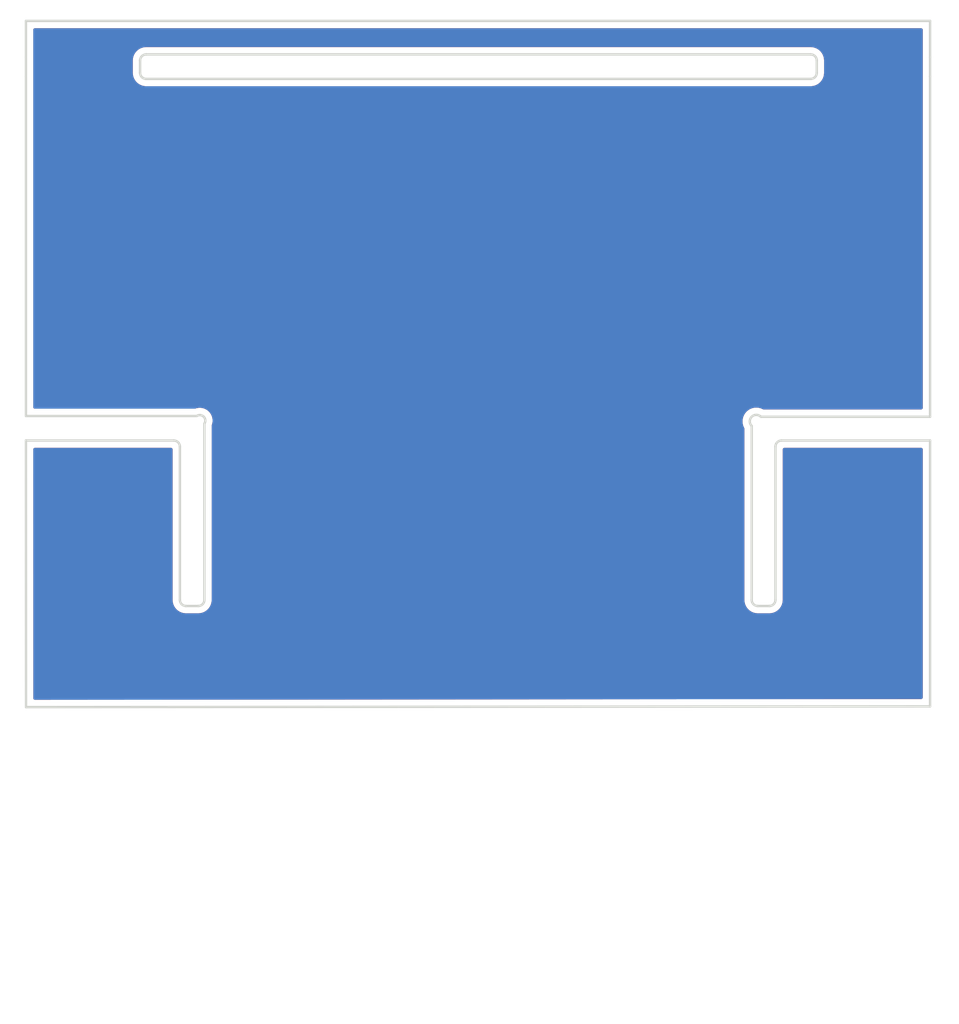
<source format=kicad_pcb>
(kicad_pcb (version 20171130) (host pcbnew "(5.1.8)-1")

  (general
    (thickness 1.6)
    (drawings 36)
    (tracks 0)
    (zones 0)
    (modules 0)
    (nets 1)
  )

  (page A4)
  (layers
    (0 F.Cu signal)
    (31 B.Cu signal)
    (32 B.Adhes user)
    (33 F.Adhes user)
    (34 B.Paste user)
    (35 F.Paste user)
    (36 B.SilkS user)
    (37 F.SilkS user)
    (38 B.Mask user)
    (39 F.Mask user)
    (40 Dwgs.User user)
    (41 Cmts.User user)
    (42 Eco1.User user)
    (43 Eco2.User user)
    (44 Edge.Cuts user)
    (45 Margin user)
    (46 B.CrtYd user)
    (47 F.CrtYd user)
    (48 B.Fab user)
    (49 F.Fab user)
  )

  (setup
    (last_trace_width 0.25)
    (trace_clearance 0.2)
    (zone_clearance 0.508)
    (zone_45_only no)
    (trace_min 0.2)
    (via_size 0.8)
    (via_drill 0.4)
    (via_min_size 0.4)
    (via_min_drill 0.3)
    (uvia_size 0.3)
    (uvia_drill 0.1)
    (uvias_allowed no)
    (uvia_min_size 0.2)
    (uvia_min_drill 0.1)
    (edge_width 0.1)
    (segment_width 0.2)
    (pcb_text_width 0.3)
    (pcb_text_size 1.5 1.5)
    (mod_edge_width 0.15)
    (mod_text_size 1 1)
    (mod_text_width 0.15)
    (pad_size 1.524 1.524)
    (pad_drill 0.762)
    (pad_to_mask_clearance 0)
    (aux_axis_origin 0 0)
    (visible_elements 7FFFFFFF)
    (pcbplotparams
      (layerselection 0x010fc_ffffffff)
      (usegerberextensions false)
      (usegerberattributes true)
      (usegerberadvancedattributes true)
      (creategerberjobfile true)
      (excludeedgelayer true)
      (linewidth 0.100000)
      (plotframeref false)
      (viasonmask false)
      (mode 1)
      (useauxorigin false)
      (hpglpennumber 1)
      (hpglpenspeed 20)
      (hpglpendiameter 15.000000)
      (psnegative false)
      (psa4output false)
      (plotreference true)
      (plotvalue true)
      (plotinvisibletext false)
      (padsonsilk false)
      (subtractmaskfromsilk false)
      (outputformat 1)
      (mirror false)
      (drillshape 0)
      (scaleselection 1)
      (outputdirectory "Gerber/"))
  )

  (net 0 "")

  (net_class Default "Dies ist die voreingestellte Netzklasse."
    (clearance 0.2)
    (trace_width 0.25)
    (via_dia 0.8)
    (via_drill 0.4)
    (uvia_dia 0.3)
    (uvia_drill 0.1)
  )

  (gr_arc (start 143.0655 29.4005) (end 143.0655 29.9085) (angle -90) (layer Edge.Cuts) (width 0.2) (tstamp 61747DD1))
  (gr_arc (start 143.0655 28.3845) (end 143.5735 28.3845) (angle -90) (layer Edge.Cuts) (width 0.2) (tstamp 61747DD1))
  (gr_arc (start 87.9475 29.4005) (end 87.4395 29.4005) (angle -90) (layer Edge.Cuts) (width 0.2) (tstamp 61747DD1))
  (gr_arc (start 87.9475 28.3845) (end 87.9475 27.8765) (angle -90) (layer Edge.Cuts) (width 0.2) (tstamp 61747DD1))
  (gr_arc (start 138.557 58.293) (end 138.938 57.912) (angle -180) (layer Edge.Cuts) (width 0.2) (tstamp 61747DD1))
  (gr_arc (start 140.6525 60.3885) (end 140.6525 59.8805) (angle -90) (layer Edge.Cuts) (width 0.2) (tstamp 61747DD1))
  (gr_arc (start 139.6365 73.0885) (end 139.6365 73.5965) (angle -90) (layer Edge.Cuts) (width 0.2) (tstamp 61747DD1))
  (gr_arc (start 138.684 73.0885) (end 138.176 73.0885) (angle -90) (layer Edge.Cuts) (width 0.2) (tstamp 61747DD1))
  (gr_arc (start 92.3925 58.2295) (end 92.7735 58.4835) (angle -157.3801351) (layer Edge.Cuts) (width 0.2) (tstamp 61747DD1))
  (gr_arc (start 92.2655 73.0885) (end 92.2655 73.5965) (angle -90) (layer Edge.Cuts) (width 0.2) (tstamp 61747DD1))
  (gr_arc (start 91.2495 73.0885) (end 90.7415 73.0885) (angle -90) (layer Edge.Cuts) (width 0.2) (tstamp 61747DD1))
  (gr_arc (start 90.2335 60.3885) (end 90.7415 60.3885) (angle -90) (layer Edge.Cuts) (width 0.2))
  (gr_line (start 77.9715 29.7025) (end 77.9715 28.1025) (layer Edge.Cuts) (width 0.2))
  (gr_line (start 139.6365 73.5965) (end 138.684 73.5965) (layer Edge.Cuts) (width 0.2))
  (gr_line (start 152.9715 29.7025) (end 152.9715 28.1025) (layer Edge.Cuts) (width 0.2))
  (gr_line (start 92.7735 73.0885) (end 92.7735 58.4835) (layer Edge.Cuts) (width 0.2))
  (gr_line (start 143.0655 29.9085) (end 87.9475 29.9085) (layer Edge.Cuts) (width 0.2))
  (gr_line (start 92.1385 57.8485) (end 77.9715 57.8485) (layer Edge.Cuts) (width 0.2))
  (gr_line (start 152.9715 57.912) (end 138.938 57.912) (layer Edge.Cuts) (width 0.2))
  (gr_line (start 77.978 81.9785) (end 77.9715 59.8805) (layer Edge.Cuts) (width 0.2))
  (gr_line (start 152.9715 81.915) (end 152.9715 59.8805) (layer Edge.Cuts) (width 0.2))
  (gr_line (start 152.9715 28.1025) (end 152.9715 25.1025) (layer Edge.Cuts) (width 0.2))
  (gr_line (start 87.9475 27.8765) (end 143.0655 27.8765) (layer Edge.Cuts) (width 0.2))
  (gr_line (start 77.978 81.9785) (end 152.9715 81.915) (layer Edge.Cuts) (width 0.2))
  (gr_line (start 152.9715 25.1025) (end 77.9715 25.1025) (layer Edge.Cuts) (width 0.2))
  (gr_line (start 140.1445 73.0885) (end 140.1445 60.3885) (layer Edge.Cuts) (width 0.2))
  (gr_line (start 77.9715 57.8485) (end 77.9715 29.7025) (layer Edge.Cuts) (width 0.2))
  (gr_line (start 152.9715 59.8805) (end 140.6525 59.8805) (layer Edge.Cuts) (width 0.2))
  (gr_line (start 91.2495 73.5965) (end 92.2655 73.5965) (layer Edge.Cuts) (width 0.2))
  (gr_line (start 77.9715 28.1025) (end 77.9715 25.1025) (layer Edge.Cuts) (width 0.2))
  (gr_line (start 90.2335 59.8805) (end 77.9715 59.8805) (layer Edge.Cuts) (width 0.2))
  (gr_line (start 138.176 73.0885) (end 138.176 58.674) (layer Edge.Cuts) (width 0.2))
  (gr_line (start 87.4395 28.3845) (end 87.4395 29.4005) (layer Edge.Cuts) (width 0.2))
  (gr_line (start 90.7415 73.0885) (end 90.7415 60.3885) (layer Edge.Cuts) (width 0.2))
  (gr_line (start 143.5735 28.3845) (end 143.5735 29.4005) (layer Edge.Cuts) (width 0.2))
  (gr_line (start 152.9715 57.912) (end 152.9715 29.7025) (layer Edge.Cuts) (width 0.2))

  (zone (net 0) (net_name "") (layer F.Cu) (tstamp 61B30B20) (hatch edge 0.508)
    (connect_pads (clearance 0.508))
    (min_thickness 0.254)
    (fill yes (arc_segments 32) (thermal_gap 0.508) (thermal_bridge_width 0.508))
    (polygon
      (pts
        (xy 155.3845 108.2675) (xy 75.819 108.077) (xy 76.835 23.622) (xy 155.3845 23.495)
      )
    )
    (filled_polygon
      (pts
        (xy 152.2365 28.138604) (xy 152.236501 28.138614) (xy 152.2365 29.738604) (xy 152.236501 29.738614) (xy 152.2365 57.177)
        (xy 139.166392 57.177) (xy 139.095342 57.140172) (xy 139.03347 57.115425) (xy 138.971997 57.089836) (xy 138.962162 57.086904)
        (xy 138.962157 57.086902) (xy 138.962149 57.0869) (xy 138.861179 57.057565) (xy 138.795672 57.045305) (xy 138.730391 57.032142)
        (xy 138.720188 57.031177) (xy 138.720181 57.031176) (xy 138.720174 57.031176) (xy 138.615417 57.022011) (xy 138.548795 57.022709)
        (xy 138.482189 57.022476) (xy 138.471979 57.023513) (xy 138.471977 57.023513) (xy 138.367435 57.03487) (xy 138.302193 57.0485)
        (xy 138.23683 57.061205) (xy 138.227016 57.064205) (xy 138.12667 57.095652) (xy 138.065321 57.121693) (xy 138.003676 57.14685)
        (xy 137.994631 57.1517) (xy 137.902304 57.202038) (xy 137.84719 57.239493) (xy 137.791592 57.276153) (xy 137.783662 57.282666)
        (xy 137.70287 57.349979) (xy 137.656057 57.39745) (xy 137.608658 57.444192) (xy 137.602144 57.452122) (xy 137.535966 57.533846)
        (xy 137.499286 57.589475) (xy 137.461852 57.644557) (xy 137.457003 57.653601) (xy 137.407959 57.746622) (xy 137.382776 57.808331)
        (xy 137.356762 57.869615) (xy 137.353761 57.879429) (xy 137.323718 57.980204) (xy 137.310999 58.045635) (xy 137.297383 58.110812)
        (xy 137.296347 58.121008) (xy 137.296346 58.121015) (xy 137.296346 58.121021) (xy 137.28645 58.225714) (xy 137.286683 58.292319)
        (xy 137.285985 58.358941) (xy 137.286951 58.369158) (xy 137.297578 58.473778) (xy 137.310747 58.539088) (xy 137.322999 58.604558)
        (xy 137.325931 58.614393) (xy 137.356676 58.714956) (xy 137.382293 58.776498) (xy 137.407016 58.838311) (xy 137.411802 58.847389)
        (xy 137.441001 58.901845) (xy 137.441 73.124604) (xy 137.444059 73.155662) (xy 137.444038 73.158665) (xy 137.445039 73.168878)
        (xy 137.450145 73.217461) (xy 137.451635 73.232584) (xy 137.451788 73.233089) (xy 137.455403 73.26748) (xy 137.4688 73.332745)
        (xy 137.481281 73.398171) (xy 137.484247 73.407996) (xy 137.513565 73.502706) (xy 137.539399 73.564162) (xy 137.564334 73.625879)
        (xy 137.569151 73.63494) (xy 137.616306 73.722152) (xy 137.653581 73.777415) (xy 137.690036 73.833124) (xy 137.696522 73.841077)
        (xy 137.759719 73.917469) (xy 137.807009 73.96443) (xy 137.853597 74.012004) (xy 137.861504 74.018546) (xy 137.938335 74.081208)
        (xy 137.993854 74.118095) (xy 138.04879 74.15571) (xy 138.057809 74.160587) (xy 138.057814 74.16059) (xy 138.057819 74.160592)
        (xy 138.145356 74.207136) (xy 138.206943 74.23252) (xy 138.268174 74.258764) (xy 138.277977 74.261799) (xy 138.372891 74.290455)
        (xy 138.438275 74.303401) (xy 138.503398 74.317244) (xy 138.513604 74.318317) (xy 138.612275 74.327992) (xy 138.612277 74.327992)
        (xy 138.647895 74.3315) (xy 139.672605 74.3315) (xy 139.703663 74.328441) (xy 139.706665 74.328462) (xy 139.716878 74.327461)
        (xy 139.765446 74.322356) (xy 139.780585 74.320865) (xy 139.78109 74.320712) (xy 139.81548 74.317097) (xy 139.880745 74.3037)
        (xy 139.946171 74.291219) (xy 139.955996 74.288253) (xy 140.050706 74.258935) (xy 140.112162 74.233101) (xy 140.173879 74.208166)
        (xy 140.18294 74.203349) (xy 140.270152 74.156194) (xy 140.325415 74.118919) (xy 140.381124 74.082464) (xy 140.389077 74.075978)
        (xy 140.465469 74.012781) (xy 140.51243 73.965491) (xy 140.560004 73.918903) (xy 140.566546 73.910996) (xy 140.629208 73.834165)
        (xy 140.666095 73.778646) (xy 140.70371 73.72371) (xy 140.708589 73.714687) (xy 140.70859 73.714686) (xy 140.708592 73.714681)
        (xy 140.755136 73.627144) (xy 140.78052 73.565557) (xy 140.806764 73.504326) (xy 140.809799 73.494523) (xy 140.838455 73.399609)
        (xy 140.851401 73.334225) (xy 140.865244 73.269102) (xy 140.866317 73.258896) (xy 140.875992 73.160225) (xy 140.875992 73.160223)
        (xy 140.8795 73.124605) (xy 140.8795 60.6155) (xy 152.236501 60.6155) (xy 152.2365 81.180622) (xy 78.712783 81.242878)
        (xy 78.706716 60.6155) (xy 90.006501 60.6155) (xy 90.0065 73.124604) (xy 90.009559 73.155662) (xy 90.009538 73.158665)
        (xy 90.010539 73.168878) (xy 90.015645 73.217461) (xy 90.017135 73.232584) (xy 90.017288 73.233089) (xy 90.020903 73.26748)
        (xy 90.0343 73.332745) (xy 90.046781 73.398171) (xy 90.049747 73.407996) (xy 90.079065 73.502706) (xy 90.104899 73.564162)
        (xy 90.129834 73.625879) (xy 90.134651 73.63494) (xy 90.181806 73.722152) (xy 90.219081 73.777415) (xy 90.255536 73.833124)
        (xy 90.262022 73.841077) (xy 90.325219 73.917469) (xy 90.372509 73.96443) (xy 90.419097 74.012004) (xy 90.427004 74.018546)
        (xy 90.503835 74.081208) (xy 90.559354 74.118095) (xy 90.61429 74.15571) (xy 90.623309 74.160587) (xy 90.623314 74.16059)
        (xy 90.623319 74.160592) (xy 90.710856 74.207136) (xy 90.772443 74.23252) (xy 90.833674 74.258764) (xy 90.843477 74.261799)
        (xy 90.938391 74.290455) (xy 91.003775 74.303401) (xy 91.068898 74.317244) (xy 91.079104 74.318317) (xy 91.177775 74.327992)
        (xy 91.177777 74.327992) (xy 91.213395 74.3315) (xy 92.301605 74.3315) (xy 92.332663 74.328441) (xy 92.335665 74.328462)
        (xy 92.345878 74.327461) (xy 92.394446 74.322356) (xy 92.409585 74.320865) (xy 92.41009 74.320712) (xy 92.44448 74.317097)
        (xy 92.509745 74.3037) (xy 92.575171 74.291219) (xy 92.584996 74.288253) (xy 92.679706 74.258935) (xy 92.741162 74.233101)
        (xy 92.802879 74.208166) (xy 92.81194 74.203349) (xy 92.899152 74.156194) (xy 92.954415 74.118919) (xy 93.010124 74.082464)
        (xy 93.018077 74.075978) (xy 93.094469 74.012781) (xy 93.14143 73.965491) (xy 93.189004 73.918903) (xy 93.195546 73.910996)
        (xy 93.258208 73.834165) (xy 93.295095 73.778646) (xy 93.33271 73.72371) (xy 93.337589 73.714687) (xy 93.33759 73.714686)
        (xy 93.337592 73.714681) (xy 93.384136 73.627144) (xy 93.40952 73.565557) (xy 93.435764 73.504326) (xy 93.438799 73.494523)
        (xy 93.467455 73.399609) (xy 93.480401 73.334225) (xy 93.494244 73.269102) (xy 93.495317 73.258896) (xy 93.504992 73.160225)
        (xy 93.504992 73.160223) (xy 93.5085 73.124605) (xy 93.5085 58.643613) (xy 93.5198 58.616613) (xy 93.522751 58.606784)
        (xy 93.547849 58.521013) (xy 93.560232 58.455541) (xy 93.573523 58.390269) (xy 93.574508 58.380054) (xy 93.582467 58.291041)
        (xy 93.581897 58.224423) (xy 93.582257 58.157818) (xy 93.58124 58.147606) (xy 93.571759 58.058744) (xy 93.558261 57.993508)
        (xy 93.545675 57.928089) (xy 93.542693 57.918269) (xy 93.516133 57.832941) (xy 93.490205 57.771531) (xy 93.465168 57.709843)
        (xy 93.460337 57.70079) (xy 93.417708 57.622245) (xy 93.380352 57.56705) (xy 93.343805 57.511392) (xy 93.337307 57.503449)
        (xy 93.280234 57.434681) (xy 93.232848 57.387772) (xy 93.186209 57.340295) (xy 93.178292 57.333765) (xy 93.108949 57.277391)
        (xy 93.053387 57.240601) (xy 92.998373 57.20306) (xy 92.989339 57.198193) (xy 92.910365 57.156362) (xy 92.848728 57.131071)
        (xy 92.787473 57.10493) (xy 92.777665 57.101911) (xy 92.777653 57.101907) (xy 92.692072 57.076215) (xy 92.626693 57.063376)
        (xy 92.561509 57.049628) (xy 92.551301 57.048571) (xy 92.462346 57.039991) (xy 92.395686 57.040096) (xy 92.329129 57.039271)
        (xy 92.318911 57.040217) (xy 92.318901 57.040218) (xy 92.318897 57.040218) (xy 92.229984 57.049077) (xy 92.164632 57.062124)
        (xy 92.099144 57.07425) (xy 92.089316 57.077159) (xy 92.089304 57.077163) (xy 92.003792 57.103127) (xy 91.978738 57.1135)
        (xy 78.7065 57.1135) (xy 78.7065 28.348396) (xy 86.7045 28.348396) (xy 86.704501 29.436605) (xy 86.707559 29.467654)
        (xy 86.707538 29.470665) (xy 86.708539 29.480878) (xy 86.71366 29.529597) (xy 86.715136 29.544585) (xy 86.715288 29.545085)
        (xy 86.718903 29.57948) (xy 86.7323 29.644745) (xy 86.744781 29.710171) (xy 86.747747 29.719996) (xy 86.777065 29.814706)
        (xy 86.802899 29.876162) (xy 86.827834 29.937879) (xy 86.832651 29.94694) (xy 86.879806 30.034152) (xy 86.917081 30.089415)
        (xy 86.953536 30.145124) (xy 86.960022 30.153077) (xy 87.023219 30.229469) (xy 87.070509 30.27643) (xy 87.117097 30.324004)
        (xy 87.125004 30.330546) (xy 87.201835 30.393208) (xy 87.257354 30.430095) (xy 87.31229 30.46771) (xy 87.321309 30.472587)
        (xy 87.321314 30.47259) (xy 87.321319 30.472592) (xy 87.408856 30.519136) (xy 87.470443 30.54452) (xy 87.531674 30.570764)
        (xy 87.541477 30.573799) (xy 87.636391 30.602455) (xy 87.701775 30.615401) (xy 87.766898 30.629244) (xy 87.777104 30.630317)
        (xy 87.875775 30.639992) (xy 87.875777 30.639992) (xy 87.911395 30.6435) (xy 143.101605 30.6435) (xy 143.132663 30.640441)
        (xy 143.135665 30.640462) (xy 143.145878 30.639461) (xy 143.194446 30.634356) (xy 143.209585 30.632865) (xy 143.21009 30.632712)
        (xy 143.24448 30.629097) (xy 143.309745 30.6157) (xy 143.375171 30.603219) (xy 143.384996 30.600253) (xy 143.479706 30.570935)
        (xy 143.541162 30.545101) (xy 143.602879 30.520166) (xy 143.61194 30.515349) (xy 143.699152 30.468194) (xy 143.754415 30.430919)
        (xy 143.810124 30.394464) (xy 143.818077 30.387978) (xy 143.894469 30.324781) (xy 143.94143 30.277491) (xy 143.989004 30.230903)
        (xy 143.995546 30.222996) (xy 144.058208 30.146165) (xy 144.095095 30.090646) (xy 144.13271 30.03571) (xy 144.137589 30.026687)
        (xy 144.13759 30.026686) (xy 144.137592 30.026681) (xy 144.184136 29.939144) (xy 144.20952 29.877557) (xy 144.235764 29.816326)
        (xy 144.238799 29.806523) (xy 144.267455 29.711609) (xy 144.280401 29.646225) (xy 144.294244 29.581102) (xy 144.295317 29.570896)
        (xy 144.304992 29.472225) (xy 144.304992 29.472223) (xy 144.3085 29.436605) (xy 144.3085 28.348395) (xy 144.305441 28.317337)
        (xy 144.305462 28.314335) (xy 144.304461 28.304122) (xy 144.299356 28.255554) (xy 144.297865 28.240415) (xy 144.297712 28.23991)
        (xy 144.294097 28.20552) (xy 144.2807 28.140255) (xy 144.268219 28.074829) (xy 144.265253 28.065004) (xy 144.235935 27.970294)
        (xy 144.210101 27.908838) (xy 144.185166 27.847121) (xy 144.180349 27.83806) (xy 144.133194 27.750848) (xy 144.095919 27.695585)
        (xy 144.059464 27.639876) (xy 144.052978 27.631923) (xy 143.989781 27.555531) (xy 143.942508 27.508587) (xy 143.895903 27.460996)
        (xy 143.887996 27.454454) (xy 143.811165 27.391792) (xy 143.755646 27.354905) (xy 143.70071 27.31729) (xy 143.691691 27.312413)
        (xy 143.691686 27.31241) (xy 143.691681 27.312408) (xy 143.604144 27.265864) (xy 143.542584 27.240491) (xy 143.481327 27.214236)
        (xy 143.471523 27.211201) (xy 143.37661 27.182545) (xy 143.311218 27.169597) (xy 143.246102 27.155756) (xy 143.235896 27.154683)
        (xy 143.137225 27.145008) (xy 143.137223 27.145008) (xy 143.101605 27.1415) (xy 87.911395 27.1415) (xy 87.880337 27.144559)
        (xy 87.877335 27.144538) (xy 87.867122 27.145539) (xy 87.818554 27.150644) (xy 87.803415 27.152135) (xy 87.80291 27.152288)
        (xy 87.76852 27.155903) (xy 87.703255 27.1693) (xy 87.637829 27.181781) (xy 87.628004 27.184747) (xy 87.533294 27.214065)
        (xy 87.471838 27.239899) (xy 87.410121 27.264834) (xy 87.40106 27.269651) (xy 87.313848 27.316806) (xy 87.258585 27.354081)
        (xy 87.202876 27.390536) (xy 87.194923 27.397022) (xy 87.118531 27.460219) (xy 87.071587 27.507492) (xy 87.023996 27.554097)
        (xy 87.017454 27.562004) (xy 86.954792 27.638835) (xy 86.917905 27.694354) (xy 86.88029 27.74929) (xy 86.875413 27.758309)
        (xy 86.87541 27.758314) (xy 86.875409 27.758317) (xy 86.828864 27.845856) (xy 86.803491 27.907416) (xy 86.777236 27.968673)
        (xy 86.774201 27.978477) (xy 86.745545 28.07339) (xy 86.732597 28.138782) (xy 86.718756 28.203898) (xy 86.717683 28.214104)
        (xy 86.708008 28.312775) (xy 86.7045 28.348396) (xy 78.7065 28.348396) (xy 78.7065 25.8375) (xy 152.236501 25.8375)
      )
    )
  )
  (zone (net 0) (net_name "") (layer B.Cu) (tstamp 61B30B1D) (hatch edge 0.508)
    (connect_pads (clearance 0.508))
    (min_thickness 0.254)
    (fill yes (arc_segments 32) (thermal_gap 0.508) (thermal_bridge_width 0.508))
    (polygon
      (pts
        (xy 155.1305 108.204) (xy 77.724 107.569) (xy 77.47 107.188) (xy 75.819 107.188) (xy 76.835 23.368)
        (xy 155.067 23.368)
      )
    )
    (filled_polygon
      (pts
        (xy 152.2365 28.138604) (xy 152.236501 28.138614) (xy 152.2365 29.738604) (xy 152.236501 29.738614) (xy 152.2365 57.177)
        (xy 139.166392 57.177) (xy 139.095342 57.140172) (xy 139.03347 57.115425) (xy 138.971997 57.089836) (xy 138.962162 57.086904)
        (xy 138.962157 57.086902) (xy 138.962149 57.0869) (xy 138.861179 57.057565) (xy 138.795672 57.045305) (xy 138.730391 57.032142)
        (xy 138.720188 57.031177) (xy 138.720181 57.031176) (xy 138.720174 57.031176) (xy 138.615417 57.022011) (xy 138.548795 57.022709)
        (xy 138.482189 57.022476) (xy 138.471979 57.023513) (xy 138.471977 57.023513) (xy 138.367435 57.03487) (xy 138.302193 57.0485)
        (xy 138.23683 57.061205) (xy 138.227016 57.064205) (xy 138.12667 57.095652) (xy 138.065321 57.121693) (xy 138.003676 57.14685)
        (xy 137.994631 57.1517) (xy 137.902304 57.202038) (xy 137.84719 57.239493) (xy 137.791592 57.276153) (xy 137.783662 57.282666)
        (xy 137.70287 57.349979) (xy 137.656057 57.39745) (xy 137.608658 57.444192) (xy 137.602144 57.452122) (xy 137.535966 57.533846)
        (xy 137.499286 57.589475) (xy 137.461852 57.644557) (xy 137.457003 57.653601) (xy 137.407959 57.746622) (xy 137.382776 57.808331)
        (xy 137.356762 57.869615) (xy 137.353761 57.879429) (xy 137.323718 57.980204) (xy 137.310999 58.045635) (xy 137.297383 58.110812)
        (xy 137.296347 58.121008) (xy 137.296346 58.121015) (xy 137.296346 58.121021) (xy 137.28645 58.225714) (xy 137.286683 58.292319)
        (xy 137.285985 58.358941) (xy 137.286951 58.369158) (xy 137.297578 58.473778) (xy 137.310747 58.539088) (xy 137.322999 58.604558)
        (xy 137.325931 58.614393) (xy 137.356676 58.714956) (xy 137.382293 58.776498) (xy 137.407016 58.838311) (xy 137.411802 58.847389)
        (xy 137.441001 58.901845) (xy 137.441 73.124604) (xy 137.444059 73.155662) (xy 137.444038 73.158665) (xy 137.445039 73.168878)
        (xy 137.450145 73.217461) (xy 137.451635 73.232584) (xy 137.451788 73.233089) (xy 137.455403 73.26748) (xy 137.4688 73.332745)
        (xy 137.481281 73.398171) (xy 137.484247 73.407996) (xy 137.513565 73.502706) (xy 137.539399 73.564162) (xy 137.564334 73.625879)
        (xy 137.569151 73.63494) (xy 137.616306 73.722152) (xy 137.653581 73.777415) (xy 137.690036 73.833124) (xy 137.696522 73.841077)
        (xy 137.759719 73.917469) (xy 137.807009 73.96443) (xy 137.853597 74.012004) (xy 137.861504 74.018546) (xy 137.938335 74.081208)
        (xy 137.993854 74.118095) (xy 138.04879 74.15571) (xy 138.057809 74.160587) (xy 138.057814 74.16059) (xy 138.057819 74.160592)
        (xy 138.145356 74.207136) (xy 138.206943 74.23252) (xy 138.268174 74.258764) (xy 138.277977 74.261799) (xy 138.372891 74.290455)
        (xy 138.438275 74.303401) (xy 138.503398 74.317244) (xy 138.513604 74.318317) (xy 138.612275 74.327992) (xy 138.612277 74.327992)
        (xy 138.647895 74.3315) (xy 139.672605 74.3315) (xy 139.703663 74.328441) (xy 139.706665 74.328462) (xy 139.716878 74.327461)
        (xy 139.765446 74.322356) (xy 139.780585 74.320865) (xy 139.78109 74.320712) (xy 139.81548 74.317097) (xy 139.880745 74.3037)
        (xy 139.946171 74.291219) (xy 139.955996 74.288253) (xy 140.050706 74.258935) (xy 140.112162 74.233101) (xy 140.173879 74.208166)
        (xy 140.18294 74.203349) (xy 140.270152 74.156194) (xy 140.325415 74.118919) (xy 140.381124 74.082464) (xy 140.389077 74.075978)
        (xy 140.465469 74.012781) (xy 140.51243 73.965491) (xy 140.560004 73.918903) (xy 140.566546 73.910996) (xy 140.629208 73.834165)
        (xy 140.666095 73.778646) (xy 140.70371 73.72371) (xy 140.708589 73.714687) (xy 140.70859 73.714686) (xy 140.708592 73.714681)
        (xy 140.755136 73.627144) (xy 140.78052 73.565557) (xy 140.806764 73.504326) (xy 140.809799 73.494523) (xy 140.838455 73.399609)
        (xy 140.851401 73.334225) (xy 140.865244 73.269102) (xy 140.866317 73.258896) (xy 140.875992 73.160225) (xy 140.875992 73.160223)
        (xy 140.8795 73.124605) (xy 140.8795 60.6155) (xy 152.236501 60.6155) (xy 152.2365 81.180622) (xy 78.712783 81.242878)
        (xy 78.706716 60.6155) (xy 90.006501 60.6155) (xy 90.0065 73.124604) (xy 90.009559 73.155662) (xy 90.009538 73.158665)
        (xy 90.010539 73.168878) (xy 90.015645 73.217461) (xy 90.017135 73.232584) (xy 90.017288 73.233089) (xy 90.020903 73.26748)
        (xy 90.0343 73.332745) (xy 90.046781 73.398171) (xy 90.049747 73.407996) (xy 90.079065 73.502706) (xy 90.104899 73.564162)
        (xy 90.129834 73.625879) (xy 90.134651 73.63494) (xy 90.181806 73.722152) (xy 90.219081 73.777415) (xy 90.255536 73.833124)
        (xy 90.262022 73.841077) (xy 90.325219 73.917469) (xy 90.372509 73.96443) (xy 90.419097 74.012004) (xy 90.427004 74.018546)
        (xy 90.503835 74.081208) (xy 90.559354 74.118095) (xy 90.61429 74.15571) (xy 90.623309 74.160587) (xy 90.623314 74.16059)
        (xy 90.623319 74.160592) (xy 90.710856 74.207136) (xy 90.772443 74.23252) (xy 90.833674 74.258764) (xy 90.843477 74.261799)
        (xy 90.938391 74.290455) (xy 91.003775 74.303401) (xy 91.068898 74.317244) (xy 91.079104 74.318317) (xy 91.177775 74.327992)
        (xy 91.177777 74.327992) (xy 91.213395 74.3315) (xy 92.301605 74.3315) (xy 92.332663 74.328441) (xy 92.335665 74.328462)
        (xy 92.345878 74.327461) (xy 92.394446 74.322356) (xy 92.409585 74.320865) (xy 92.41009 74.320712) (xy 92.44448 74.317097)
        (xy 92.509745 74.3037) (xy 92.575171 74.291219) (xy 92.584996 74.288253) (xy 92.679706 74.258935) (xy 92.741162 74.233101)
        (xy 92.802879 74.208166) (xy 92.81194 74.203349) (xy 92.899152 74.156194) (xy 92.954415 74.118919) (xy 93.010124 74.082464)
        (xy 93.018077 74.075978) (xy 93.094469 74.012781) (xy 93.14143 73.965491) (xy 93.189004 73.918903) (xy 93.195546 73.910996)
        (xy 93.258208 73.834165) (xy 93.295095 73.778646) (xy 93.33271 73.72371) (xy 93.337589 73.714687) (xy 93.33759 73.714686)
        (xy 93.337592 73.714681) (xy 93.384136 73.627144) (xy 93.40952 73.565557) (xy 93.435764 73.504326) (xy 93.438799 73.494523)
        (xy 93.467455 73.399609) (xy 93.480401 73.334225) (xy 93.494244 73.269102) (xy 93.495317 73.258896) (xy 93.504992 73.160225)
        (xy 93.504992 73.160223) (xy 93.5085 73.124605) (xy 93.5085 58.643613) (xy 93.5198 58.616613) (xy 93.522751 58.606784)
        (xy 93.547849 58.521013) (xy 93.560232 58.455541) (xy 93.573523 58.390269) (xy 93.574508 58.380054) (xy 93.582467 58.291041)
        (xy 93.581897 58.224423) (xy 93.582257 58.157818) (xy 93.58124 58.147606) (xy 93.571759 58.058744) (xy 93.558261 57.993508)
        (xy 93.545675 57.928089) (xy 93.542693 57.918269) (xy 93.516133 57.832941) (xy 93.490205 57.771531) (xy 93.465168 57.709843)
        (xy 93.460337 57.70079) (xy 93.417708 57.622245) (xy 93.380352 57.56705) (xy 93.343805 57.511392) (xy 93.337307 57.503449)
        (xy 93.280234 57.434681) (xy 93.232848 57.387772) (xy 93.186209 57.340295) (xy 93.178292 57.333765) (xy 93.108949 57.277391)
        (xy 93.053387 57.240601) (xy 92.998373 57.20306) (xy 92.989339 57.198193) (xy 92.910365 57.156362) (xy 92.848728 57.131071)
        (xy 92.787473 57.10493) (xy 92.777665 57.101911) (xy 92.777653 57.101907) (xy 92.692072 57.076215) (xy 92.626693 57.063376)
        (xy 92.561509 57.049628) (xy 92.551301 57.048571) (xy 92.462346 57.039991) (xy 92.395686 57.040096) (xy 92.329129 57.039271)
        (xy 92.318911 57.040217) (xy 92.318901 57.040218) (xy 92.318897 57.040218) (xy 92.229984 57.049077) (xy 92.164632 57.062124)
        (xy 92.099144 57.07425) (xy 92.089316 57.077159) (xy 92.089304 57.077163) (xy 92.003792 57.103127) (xy 91.978738 57.1135)
        (xy 78.7065 57.1135) (xy 78.7065 28.348396) (xy 86.7045 28.348396) (xy 86.704501 29.436605) (xy 86.707559 29.467654)
        (xy 86.707538 29.470665) (xy 86.708539 29.480878) (xy 86.71366 29.529597) (xy 86.715136 29.544585) (xy 86.715288 29.545085)
        (xy 86.718903 29.57948) (xy 86.7323 29.644745) (xy 86.744781 29.710171) (xy 86.747747 29.719996) (xy 86.777065 29.814706)
        (xy 86.802899 29.876162) (xy 86.827834 29.937879) (xy 86.832651 29.94694) (xy 86.879806 30.034152) (xy 86.917081 30.089415)
        (xy 86.953536 30.145124) (xy 86.960022 30.153077) (xy 87.023219 30.229469) (xy 87.070509 30.27643) (xy 87.117097 30.324004)
        (xy 87.125004 30.330546) (xy 87.201835 30.393208) (xy 87.257354 30.430095) (xy 87.31229 30.46771) (xy 87.321309 30.472587)
        (xy 87.321314 30.47259) (xy 87.321319 30.472592) (xy 87.408856 30.519136) (xy 87.470443 30.54452) (xy 87.531674 30.570764)
        (xy 87.541477 30.573799) (xy 87.636391 30.602455) (xy 87.701775 30.615401) (xy 87.766898 30.629244) (xy 87.777104 30.630317)
        (xy 87.875775 30.639992) (xy 87.875777 30.639992) (xy 87.911395 30.6435) (xy 143.101605 30.6435) (xy 143.132663 30.640441)
        (xy 143.135665 30.640462) (xy 143.145878 30.639461) (xy 143.194446 30.634356) (xy 143.209585 30.632865) (xy 143.21009 30.632712)
        (xy 143.24448 30.629097) (xy 143.309745 30.6157) (xy 143.375171 30.603219) (xy 143.384996 30.600253) (xy 143.479706 30.570935)
        (xy 143.541162 30.545101) (xy 143.602879 30.520166) (xy 143.61194 30.515349) (xy 143.699152 30.468194) (xy 143.754415 30.430919)
        (xy 143.810124 30.394464) (xy 143.818077 30.387978) (xy 143.894469 30.324781) (xy 143.94143 30.277491) (xy 143.989004 30.230903)
        (xy 143.995546 30.222996) (xy 144.058208 30.146165) (xy 144.095095 30.090646) (xy 144.13271 30.03571) (xy 144.137589 30.026687)
        (xy 144.13759 30.026686) (xy 144.137592 30.026681) (xy 144.184136 29.939144) (xy 144.20952 29.877557) (xy 144.235764 29.816326)
        (xy 144.238799 29.806523) (xy 144.267455 29.711609) (xy 144.280401 29.646225) (xy 144.294244 29.581102) (xy 144.295317 29.570896)
        (xy 144.304992 29.472225) (xy 144.304992 29.472223) (xy 144.3085 29.436605) (xy 144.3085 28.348395) (xy 144.305441 28.317337)
        (xy 144.305462 28.314335) (xy 144.304461 28.304122) (xy 144.299356 28.255554) (xy 144.297865 28.240415) (xy 144.297712 28.23991)
        (xy 144.294097 28.20552) (xy 144.2807 28.140255) (xy 144.268219 28.074829) (xy 144.265253 28.065004) (xy 144.235935 27.970294)
        (xy 144.210101 27.908838) (xy 144.185166 27.847121) (xy 144.180349 27.83806) (xy 144.133194 27.750848) (xy 144.095919 27.695585)
        (xy 144.059464 27.639876) (xy 144.052978 27.631923) (xy 143.989781 27.555531) (xy 143.942508 27.508587) (xy 143.895903 27.460996)
        (xy 143.887996 27.454454) (xy 143.811165 27.391792) (xy 143.755646 27.354905) (xy 143.70071 27.31729) (xy 143.691691 27.312413)
        (xy 143.691686 27.31241) (xy 143.691681 27.312408) (xy 143.604144 27.265864) (xy 143.542584 27.240491) (xy 143.481327 27.214236)
        (xy 143.471523 27.211201) (xy 143.37661 27.182545) (xy 143.311218 27.169597) (xy 143.246102 27.155756) (xy 143.235896 27.154683)
        (xy 143.137225 27.145008) (xy 143.137223 27.145008) (xy 143.101605 27.1415) (xy 87.911395 27.1415) (xy 87.880337 27.144559)
        (xy 87.877335 27.144538) (xy 87.867122 27.145539) (xy 87.818554 27.150644) (xy 87.803415 27.152135) (xy 87.80291 27.152288)
        (xy 87.76852 27.155903) (xy 87.703255 27.1693) (xy 87.637829 27.181781) (xy 87.628004 27.184747) (xy 87.533294 27.214065)
        (xy 87.471838 27.239899) (xy 87.410121 27.264834) (xy 87.40106 27.269651) (xy 87.313848 27.316806) (xy 87.258585 27.354081)
        (xy 87.202876 27.390536) (xy 87.194923 27.397022) (xy 87.118531 27.460219) (xy 87.071587 27.507492) (xy 87.023996 27.554097)
        (xy 87.017454 27.562004) (xy 86.954792 27.638835) (xy 86.917905 27.694354) (xy 86.88029 27.74929) (xy 86.875413 27.758309)
        (xy 86.87541 27.758314) (xy 86.875409 27.758317) (xy 86.828864 27.845856) (xy 86.803491 27.907416) (xy 86.777236 27.968673)
        (xy 86.774201 27.978477) (xy 86.745545 28.07339) (xy 86.732597 28.138782) (xy 86.718756 28.203898) (xy 86.717683 28.214104)
        (xy 86.708008 28.312775) (xy 86.7045 28.348396) (xy 78.7065 28.348396) (xy 78.7065 25.8375) (xy 152.236501 25.8375)
      )
    )
  )
)

</source>
